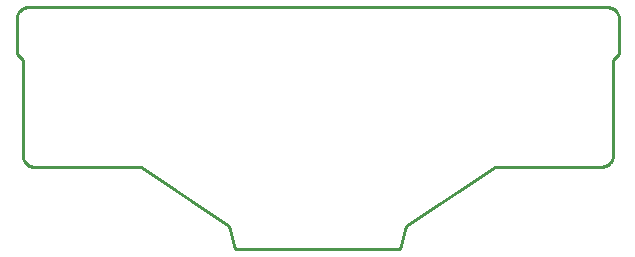
<source format=gbr>
G04 EAGLE Gerber X2 export*
G04 #@! %TF.Part,Single*
G04 #@! %TF.FileFunction,Profile,NP*
G04 #@! %TF.FilePolarity,Positive*
G04 #@! %TF.GenerationSoftware,Autodesk,EAGLE,8.6.0*
G04 #@! %TF.CreationDate,2018-03-03T07:31:49Z*
G75*
%MOMM*%
%FSLAX34Y34*%
%LPD*%
%AMOC8*
5,1,8,0,0,1.08239X$1,22.5*%
G01*
%ADD10C,0.254000*%


D10*
X295000Y295000D02*
X300000Y290000D01*
X300000Y210000D01*
X300038Y209128D01*
X300152Y208264D01*
X300341Y207412D01*
X300603Y206580D01*
X300937Y205774D01*
X301340Y205000D01*
X301808Y204264D01*
X302340Y203572D01*
X302929Y202929D01*
X303572Y202340D01*
X304264Y201808D01*
X305000Y201340D01*
X305774Y200937D01*
X306580Y200603D01*
X307412Y200341D01*
X308264Y200152D01*
X309128Y200038D01*
X310000Y200000D01*
X400000Y200000D01*
X475000Y150000D01*
X480000Y130000D01*
X620000Y130000D01*
X625000Y150000D01*
X700000Y200000D01*
X790000Y200000D01*
X790872Y200038D01*
X791736Y200152D01*
X792588Y200341D01*
X793420Y200603D01*
X794226Y200937D01*
X795000Y201340D01*
X795736Y201808D01*
X796428Y202340D01*
X797071Y202929D01*
X797660Y203572D01*
X798192Y204264D01*
X798660Y205000D01*
X799063Y205774D01*
X799397Y206580D01*
X799659Y207412D01*
X799848Y208264D01*
X799962Y209128D01*
X800000Y210000D01*
X800000Y290000D01*
X805000Y295000D01*
X805000Y325000D01*
X804962Y325872D01*
X804848Y326736D01*
X804659Y327588D01*
X804397Y328420D01*
X804063Y329226D01*
X803660Y330000D01*
X803192Y330736D01*
X802660Y331428D01*
X802071Y332071D01*
X801428Y332660D01*
X800736Y333192D01*
X800000Y333660D01*
X799226Y334063D01*
X798420Y334397D01*
X797588Y334659D01*
X796736Y334848D01*
X795872Y334962D01*
X795000Y335000D01*
X305000Y335000D01*
X304128Y334962D01*
X303264Y334848D01*
X302412Y334659D01*
X301580Y334397D01*
X300774Y334063D01*
X300000Y333660D01*
X299264Y333192D01*
X298572Y332660D01*
X297929Y332071D01*
X297340Y331428D01*
X296808Y330736D01*
X296340Y330000D01*
X295937Y329226D01*
X295603Y328420D01*
X295341Y327588D01*
X295152Y326736D01*
X295038Y325872D01*
X295000Y325000D01*
X295000Y295000D01*
M02*

</source>
